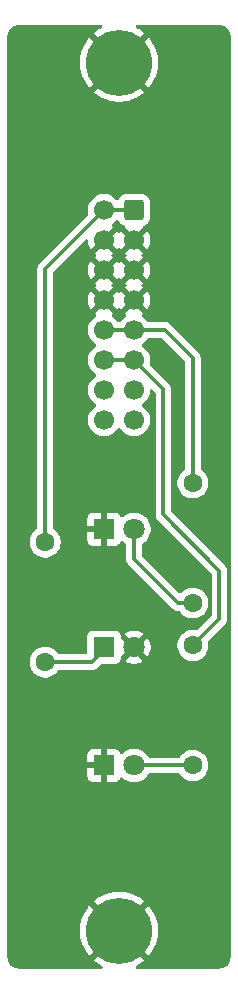
<source format=gtl>
%TF.GenerationSoftware,KiCad,Pcbnew,9.0.3*%
%TF.CreationDate,2026-01-03T20:08:18+00:00*%
%TF.ProjectId,input-panel,696e7075-742d-4706-916e-656c2e6b6963,rev?*%
%TF.SameCoordinates,Original*%
%TF.FileFunction,Copper,L1,Top*%
%TF.FilePolarity,Positive*%
%FSLAX46Y46*%
G04 Gerber Fmt 4.6, Leading zero omitted, Abs format (unit mm)*
G04 Created by KiCad (PCBNEW 9.0.3) date 2026-01-03 20:08:18*
%MOMM*%
%LPD*%
G01*
G04 APERTURE LIST*
G04 Aperture macros list*
%AMRoundRect*
0 Rectangle with rounded corners*
0 $1 Rounding radius*
0 $2 $3 $4 $5 $6 $7 $8 $9 X,Y pos of 4 corners*
0 Add a 4 corners polygon primitive as box body*
4,1,4,$2,$3,$4,$5,$6,$7,$8,$9,$2,$3,0*
0 Add four circle primitives for the rounded corners*
1,1,$1+$1,$2,$3*
1,1,$1+$1,$4,$5*
1,1,$1+$1,$6,$7*
1,1,$1+$1,$8,$9*
0 Add four rect primitives between the rounded corners*
20,1,$1+$1,$2,$3,$4,$5,0*
20,1,$1+$1,$4,$5,$6,$7,0*
20,1,$1+$1,$6,$7,$8,$9,0*
20,1,$1+$1,$8,$9,$2,$3,0*%
G04 Aperture macros list end*
%TA.AperFunction,ComponentPad*%
%ADD10C,1.600000*%
%TD*%
%TA.AperFunction,ComponentPad*%
%ADD11C,5.600000*%
%TD*%
%TA.AperFunction,ComponentPad*%
%ADD12R,1.800000X1.800000*%
%TD*%
%TA.AperFunction,ComponentPad*%
%ADD13C,1.800000*%
%TD*%
%TA.AperFunction,ComponentPad*%
%ADD14RoundRect,0.250000X0.600000X0.600000X-0.600000X0.600000X-0.600000X-0.600000X0.600000X-0.600000X0*%
%TD*%
%TA.AperFunction,ComponentPad*%
%ADD15C,1.700000*%
%TD*%
%TA.AperFunction,Conductor*%
%ADD16C,0.304800*%
%TD*%
G04 APERTURE END LIST*
D10*
%TO.P,R4,1*%
%TO.N,+5V*%
X91250000Y-126090000D03*
%TO.P,R4,2*%
%TO.N,Net-(D5-A)*%
X91250000Y-136250000D03*
%TD*%
D11*
%TO.P,H1,1,1*%
%TO.N,GND*%
X85000000Y-76750000D03*
%TD*%
D10*
%TO.P,R3,1*%
%TO.N,Net-(D4-K)*%
X78750000Y-127500000D03*
%TO.P,R3,2*%
%TO.N,-12V*%
X78750000Y-117340000D03*
%TD*%
D12*
%TO.P,D5,1,K*%
%TO.N,GND*%
X83725000Y-136250000D03*
D13*
%TO.P,D5,2,A*%
%TO.N,Net-(D5-A)*%
X86265000Y-136250000D03*
%TD*%
D10*
%TO.P,R2,1*%
%TO.N,+12V*%
X91250000Y-112340000D03*
%TO.P,R2,2*%
%TO.N,Net-(D3-A)*%
X91250000Y-122500000D03*
%TD*%
D12*
%TO.P,D3,1,K*%
%TO.N,GND*%
X83725000Y-116250000D03*
D13*
%TO.P,D3,2,A*%
%TO.N,Net-(D3-A)*%
X86265000Y-116250000D03*
%TD*%
D12*
%TO.P,D4,1,K*%
%TO.N,Net-(D4-K)*%
X83725000Y-126250000D03*
D13*
%TO.P,D4,2,A*%
%TO.N,GND*%
X86265000Y-126250000D03*
%TD*%
D11*
%TO.P,H2,1,1*%
%TO.N,GND*%
X85000000Y-150250000D03*
%TD*%
D14*
%TO.P,J4,1,-12V*%
%TO.N,-12V*%
X86270000Y-89222500D03*
D15*
%TO.P,J4,2,-12V*%
X83730000Y-89222500D03*
%TO.P,J4,3,GND*%
%TO.N,GND*%
X86270000Y-91762500D03*
%TO.P,J4,4,GND*%
X83730000Y-91762500D03*
%TO.P,J4,5,GND*%
X86270000Y-94302500D03*
%TO.P,J4,6,GND*%
X83730000Y-94302500D03*
%TO.P,J4,7,GND*%
X86270000Y-96842500D03*
%TO.P,J4,8,GND*%
X83730000Y-96842500D03*
%TO.P,J4,9,+12V*%
%TO.N,+12V*%
X86270000Y-99382500D03*
%TO.P,J4,10,+12V*%
X83730000Y-99382500D03*
%TO.P,J4,11,+5V*%
%TO.N,+5V*%
X86270000Y-101922500D03*
%TO.P,J4,12,+5V*%
X83730000Y-101922500D03*
%TO.P,J4,13,CV*%
%TO.N,unconnected-(J4B-CV-Pad13)_1*%
X86270000Y-104462500D03*
%TO.P,J4,14,CV*%
%TO.N,unconnected-(J4B-CV-Pad13)*%
X83730000Y-104462500D03*
%TO.P,J4,15,Gate*%
%TO.N,unconnected-(J4B-Gate-Pad15)*%
X86270000Y-107002500D03*
%TO.P,J4,16,Gate*%
%TO.N,unconnected-(J4B-Gate-Pad15)_1*%
X83730000Y-107002500D03*
%TD*%
D16*
%TO.N,Net-(D3-A)*%
X86265000Y-118750000D02*
X90015000Y-122500000D01*
X90015000Y-122500000D02*
X91250000Y-122500000D01*
X86265000Y-116250000D02*
X86265000Y-118750000D01*
%TO.N,Net-(D4-K)*%
X78750000Y-127500000D02*
X82725000Y-127500000D01*
X82725000Y-127500000D02*
X83725000Y-126500000D01*
%TO.N,Net-(D5-A)*%
X91250000Y-136250000D02*
X86265000Y-136250000D01*
%TO.N,-12V*%
X78750000Y-94202500D02*
X78750000Y-117340000D01*
X83730000Y-89222500D02*
X78750000Y-94202500D01*
X86270000Y-89222500D02*
X83730000Y-89222500D01*
%TO.N,+12V*%
X86270000Y-99382500D02*
X88882500Y-99382500D01*
X86270000Y-99382500D02*
X83730000Y-99382500D01*
X88882500Y-99382500D02*
X91250000Y-101750000D01*
X91250000Y-101750000D02*
X91250000Y-112340000D01*
%TO.N,+5V*%
X86270000Y-101922500D02*
X88750000Y-104402500D01*
X88750000Y-104402500D02*
X88750000Y-115000000D01*
X88750000Y-115000000D02*
X93500000Y-119750000D01*
X93500000Y-123840000D02*
X91250000Y-126090000D01*
X86270000Y-101922500D02*
X83730000Y-101922500D01*
X93500000Y-119750000D02*
X93500000Y-123840000D01*
%TD*%
%TA.AperFunction,Conductor*%
%TO.N,GND*%
G36*
X85804075Y-97035493D02*
G01*
X85869901Y-97149507D01*
X85962993Y-97242599D01*
X86077007Y-97308425D01*
X86140590Y-97325462D01*
X85508282Y-97957769D01*
X85508282Y-97957770D01*
X85562449Y-97997124D01*
X85562682Y-97997243D01*
X85562755Y-97997312D01*
X85566604Y-97999671D01*
X85566108Y-98000479D01*
X85613479Y-98045216D01*
X85630275Y-98113037D01*
X85607739Y-98179172D01*
X85562693Y-98218209D01*
X85557994Y-98220603D01*
X85384993Y-98346296D01*
X85233796Y-98497493D01*
X85233791Y-98497499D01*
X85108110Y-98670485D01*
X85103778Y-98673825D01*
X85101505Y-98678803D01*
X85076402Y-98694935D01*
X85052780Y-98713151D01*
X85046108Y-98714403D01*
X85042727Y-98716577D01*
X85007792Y-98721600D01*
X84992208Y-98721600D01*
X84925169Y-98701915D01*
X84891890Y-98670485D01*
X84766208Y-98497499D01*
X84766203Y-98497493D01*
X84615006Y-98346296D01*
X84615004Y-98346294D01*
X84442009Y-98220606D01*
X84442010Y-98220606D01*
X84442008Y-98220605D01*
X84437311Y-98218212D01*
X84386517Y-98170235D01*
X84369724Y-98102414D01*
X84392264Y-98036280D01*
X84433790Y-98000301D01*
X84433402Y-97999668D01*
X84437229Y-97997322D01*
X84437327Y-97997238D01*
X84437556Y-97997121D01*
X84491716Y-97957770D01*
X84491717Y-97957770D01*
X83859408Y-97325462D01*
X83922993Y-97308425D01*
X84037007Y-97242599D01*
X84130099Y-97149507D01*
X84195925Y-97035493D01*
X84212962Y-96971908D01*
X84845270Y-97604217D01*
X84845270Y-97604216D01*
X84884622Y-97550054D01*
X84889514Y-97540454D01*
X84937488Y-97489657D01*
X85005308Y-97472861D01*
X85071444Y-97495397D01*
X85110486Y-97540454D01*
X85115375Y-97550050D01*
X85154728Y-97604216D01*
X85787037Y-96971908D01*
X85804075Y-97035493D01*
G37*
%TD.AperFunction*%
%TA.AperFunction,Conductor*%
G36*
X85804075Y-94495493D02*
G01*
X85869901Y-94609507D01*
X85962993Y-94702599D01*
X86077007Y-94768425D01*
X86140590Y-94785462D01*
X85508282Y-95417769D01*
X85508282Y-95417770D01*
X85562452Y-95457126D01*
X85572048Y-95462016D01*
X85622844Y-95509991D01*
X85639638Y-95577812D01*
X85617100Y-95643947D01*
X85572051Y-95682983D01*
X85562440Y-95687880D01*
X85508282Y-95727227D01*
X85508282Y-95727228D01*
X86140591Y-96359537D01*
X86077007Y-96376575D01*
X85962993Y-96442401D01*
X85869901Y-96535493D01*
X85804075Y-96649507D01*
X85787037Y-96713091D01*
X85154728Y-96080782D01*
X85154727Y-96080782D01*
X85115380Y-96134940D01*
X85110483Y-96144551D01*
X85062506Y-96195345D01*
X84994684Y-96212138D01*
X84928550Y-96189598D01*
X84889516Y-96144548D01*
X84884626Y-96134952D01*
X84845270Y-96080782D01*
X84845269Y-96080782D01*
X84212962Y-96713090D01*
X84195925Y-96649507D01*
X84130099Y-96535493D01*
X84037007Y-96442401D01*
X83922993Y-96376575D01*
X83859409Y-96359537D01*
X84491716Y-95727228D01*
X84437550Y-95687875D01*
X84427954Y-95682986D01*
X84377157Y-95635012D01*
X84360361Y-95567192D01*
X84381288Y-95503395D01*
X84460027Y-95386081D01*
X83859408Y-94785462D01*
X83922993Y-94768425D01*
X84037007Y-94702599D01*
X84130099Y-94609507D01*
X84195925Y-94495493D01*
X84212962Y-94431908D01*
X84845270Y-95064217D01*
X84845270Y-95064216D01*
X84884622Y-95010054D01*
X84889514Y-95000454D01*
X84937488Y-94949657D01*
X85005308Y-94932861D01*
X85071444Y-94955397D01*
X85110486Y-95000454D01*
X85115375Y-95010050D01*
X85154728Y-95064216D01*
X85787037Y-94431908D01*
X85804075Y-94495493D01*
G37*
%TD.AperFunction*%
%TA.AperFunction,Conductor*%
G36*
X85804075Y-91955493D02*
G01*
X85869901Y-92069507D01*
X85962993Y-92162599D01*
X86077007Y-92228425D01*
X86140590Y-92245462D01*
X85508282Y-92877769D01*
X85508282Y-92877770D01*
X85562452Y-92917126D01*
X85572048Y-92922016D01*
X85622844Y-92969991D01*
X85639638Y-93037812D01*
X85617100Y-93103947D01*
X85572051Y-93142983D01*
X85562440Y-93147880D01*
X85508282Y-93187227D01*
X85508282Y-93187228D01*
X86140591Y-93819537D01*
X86077007Y-93836575D01*
X85962993Y-93902401D01*
X85869901Y-93995493D01*
X85804075Y-94109507D01*
X85787037Y-94173091D01*
X85154728Y-93540782D01*
X85154727Y-93540782D01*
X85115380Y-93594940D01*
X85110483Y-93604551D01*
X85062506Y-93655345D01*
X84994684Y-93672138D01*
X84928550Y-93649598D01*
X84889516Y-93604548D01*
X84884626Y-93594952D01*
X84845270Y-93540782D01*
X84845269Y-93540782D01*
X84212962Y-94173090D01*
X84195925Y-94109507D01*
X84130099Y-93995493D01*
X84037007Y-93902401D01*
X83922993Y-93836575D01*
X83859409Y-93819537D01*
X84491716Y-93187228D01*
X84437550Y-93147875D01*
X84427954Y-93142986D01*
X84377157Y-93095012D01*
X84360361Y-93027192D01*
X84381288Y-92963395D01*
X84460027Y-92846081D01*
X83859408Y-92245462D01*
X83922993Y-92228425D01*
X84037007Y-92162599D01*
X84130099Y-92069507D01*
X84195925Y-91955493D01*
X84212962Y-91891908D01*
X84845270Y-92524217D01*
X84845270Y-92524216D01*
X84884622Y-92470054D01*
X84889514Y-92460454D01*
X84937488Y-92409657D01*
X85005308Y-92392861D01*
X85071444Y-92415397D01*
X85110486Y-92460454D01*
X85115375Y-92470050D01*
X85154728Y-92524216D01*
X85787037Y-91891908D01*
X85804075Y-91955493D01*
G37*
%TD.AperFunction*%
%TA.AperFunction,Conductor*%
G36*
X84954297Y-90105364D02*
G01*
X84973711Y-90139218D01*
X84974835Y-90138695D01*
X84977884Y-90145235D01*
X84977885Y-90145238D01*
X85070970Y-90296152D01*
X85196348Y-90421530D01*
X85347262Y-90514615D01*
X85393158Y-90529823D01*
X85422123Y-90539421D01*
X85479568Y-90579194D01*
X85506391Y-90643709D01*
X85506415Y-90645361D01*
X86140591Y-91279537D01*
X86077007Y-91296575D01*
X85962993Y-91362401D01*
X85869901Y-91455493D01*
X85804075Y-91569507D01*
X85787037Y-91633091D01*
X85154728Y-91000782D01*
X85154727Y-91000782D01*
X85115380Y-91054940D01*
X85110483Y-91064551D01*
X85062506Y-91115345D01*
X84994684Y-91132138D01*
X84928550Y-91109598D01*
X84889516Y-91064548D01*
X84884626Y-91054952D01*
X84845270Y-91000782D01*
X84845269Y-91000782D01*
X84212962Y-91633090D01*
X84195925Y-91569507D01*
X84130099Y-91455493D01*
X84037007Y-91362401D01*
X83922993Y-91296575D01*
X83859408Y-91279537D01*
X84491716Y-90647228D01*
X84437547Y-90607873D01*
X84437545Y-90607871D01*
X84437308Y-90607751D01*
X84437234Y-90607681D01*
X84433396Y-90605329D01*
X84433890Y-90604522D01*
X84386515Y-90559774D01*
X84369724Y-90491951D01*
X84392266Y-90425818D01*
X84437319Y-90386783D01*
X84442009Y-90384394D01*
X84615004Y-90258706D01*
X84766206Y-90107504D01*
X84766218Y-90107487D01*
X84766876Y-90106718D01*
X84767210Y-90106499D01*
X84769651Y-90104059D01*
X84770163Y-90104571D01*
X84825380Y-90068520D01*
X84895247Y-90068016D01*
X84954297Y-90105364D01*
G37*
%TD.AperFunction*%
%TA.AperFunction,Conductor*%
G36*
X83548393Y-73574985D02*
G01*
X83594148Y-73627789D01*
X83604092Y-73696947D01*
X83575067Y-73760503D01*
X83539807Y-73788658D01*
X83301419Y-73916079D01*
X83301401Y-73916090D01*
X83031829Y-74096212D01*
X83031815Y-74096222D01*
X82849444Y-74245890D01*
X82849443Y-74245891D01*
X84059301Y-75455748D01*
X83957670Y-75529588D01*
X83779588Y-75707670D01*
X83705748Y-75809301D01*
X82495891Y-74599443D01*
X82495890Y-74599444D01*
X82346222Y-74781815D01*
X82346212Y-74781829D01*
X82166090Y-75051401D01*
X82166079Y-75051419D01*
X82013240Y-75337359D01*
X82013238Y-75337364D01*
X81889157Y-75636921D01*
X81795033Y-75947207D01*
X81795030Y-75947218D01*
X81731782Y-76265198D01*
X81731779Y-76265215D01*
X81700000Y-76587884D01*
X81700000Y-76912115D01*
X81731779Y-77234784D01*
X81731782Y-77234801D01*
X81795030Y-77552781D01*
X81795033Y-77552792D01*
X81889157Y-77863078D01*
X82013238Y-78162635D01*
X82013240Y-78162640D01*
X82166079Y-78448580D01*
X82166090Y-78448598D01*
X82346212Y-78718170D01*
X82346222Y-78718184D01*
X82495890Y-78900554D01*
X82495891Y-78900555D01*
X83705747Y-77690698D01*
X83779588Y-77792330D01*
X83957670Y-77970412D01*
X84059300Y-78044251D01*
X82849443Y-79254107D01*
X82849444Y-79254108D01*
X83031815Y-79403777D01*
X83031829Y-79403787D01*
X83301401Y-79583909D01*
X83301419Y-79583920D01*
X83587359Y-79736759D01*
X83587364Y-79736761D01*
X83886921Y-79860842D01*
X84197207Y-79954966D01*
X84197218Y-79954969D01*
X84515198Y-80018217D01*
X84515215Y-80018220D01*
X84837884Y-80050000D01*
X85162116Y-80050000D01*
X85484784Y-80018220D01*
X85484801Y-80018217D01*
X85802781Y-79954969D01*
X85802792Y-79954966D01*
X86113078Y-79860842D01*
X86412635Y-79736761D01*
X86412640Y-79736759D01*
X86698580Y-79583920D01*
X86698598Y-79583909D01*
X86968170Y-79403787D01*
X86968183Y-79403777D01*
X87150554Y-79254108D01*
X87150554Y-79254107D01*
X85940698Y-78044251D01*
X86042330Y-77970412D01*
X86220412Y-77792330D01*
X86294251Y-77690698D01*
X87504107Y-78900554D01*
X87504108Y-78900554D01*
X87653777Y-78718183D01*
X87653787Y-78718170D01*
X87833909Y-78448598D01*
X87833920Y-78448580D01*
X87986759Y-78162640D01*
X87986761Y-78162635D01*
X88110842Y-77863078D01*
X88204966Y-77552792D01*
X88204969Y-77552781D01*
X88268217Y-77234801D01*
X88268220Y-77234784D01*
X88300000Y-76912115D01*
X88300000Y-76587884D01*
X88268220Y-76265215D01*
X88268217Y-76265198D01*
X88204969Y-75947218D01*
X88204966Y-75947207D01*
X88110842Y-75636921D01*
X87986761Y-75337364D01*
X87986759Y-75337359D01*
X87833920Y-75051419D01*
X87833909Y-75051401D01*
X87653787Y-74781829D01*
X87653777Y-74781815D01*
X87504108Y-74599444D01*
X87504107Y-74599443D01*
X86294250Y-75809299D01*
X86220412Y-75707670D01*
X86042330Y-75529588D01*
X85940697Y-75455747D01*
X87150555Y-74245891D01*
X87150554Y-74245890D01*
X86968184Y-74096222D01*
X86968170Y-74096212D01*
X86698598Y-73916090D01*
X86698580Y-73916079D01*
X86460193Y-73788658D01*
X86410348Y-73739696D01*
X86394888Y-73671558D01*
X86418720Y-73605878D01*
X86474278Y-73563510D01*
X86518646Y-73555300D01*
X93451645Y-73555300D01*
X93494588Y-73555300D01*
X93505395Y-73555772D01*
X93653239Y-73568706D01*
X93674516Y-73572457D01*
X93812628Y-73609464D01*
X93832938Y-73616857D01*
X93962515Y-73677280D01*
X93981233Y-73688087D01*
X94098357Y-73770098D01*
X94114915Y-73783992D01*
X94216007Y-73885084D01*
X94229901Y-73901642D01*
X94311912Y-74018766D01*
X94322719Y-74037484D01*
X94383142Y-74167061D01*
X94390535Y-74187372D01*
X94427540Y-74325476D01*
X94431293Y-74346762D01*
X94444228Y-74494603D01*
X94444700Y-74505411D01*
X94444700Y-152494588D01*
X94444228Y-152505395D01*
X94444228Y-152505396D01*
X94431293Y-152653237D01*
X94427540Y-152674523D01*
X94390535Y-152812627D01*
X94383142Y-152832938D01*
X94322719Y-152962515D01*
X94311912Y-152981233D01*
X94229901Y-153098357D01*
X94216007Y-153114915D01*
X94114915Y-153216007D01*
X94098357Y-153229901D01*
X93981233Y-153311912D01*
X93962515Y-153322719D01*
X93832938Y-153383142D01*
X93812627Y-153390535D01*
X93674523Y-153427540D01*
X93653237Y-153431293D01*
X93524760Y-153442533D01*
X93505394Y-153444228D01*
X93494588Y-153444700D01*
X86518646Y-153444700D01*
X86451607Y-153425015D01*
X86405852Y-153372211D01*
X86395908Y-153303053D01*
X86424933Y-153239497D01*
X86460193Y-153211342D01*
X86698580Y-153083920D01*
X86698598Y-153083909D01*
X86968170Y-152903787D01*
X86968183Y-152903777D01*
X87150554Y-152754108D01*
X87150554Y-152754107D01*
X85940698Y-151544251D01*
X86042330Y-151470412D01*
X86220412Y-151292330D01*
X86294251Y-151190698D01*
X87504107Y-152400554D01*
X87504108Y-152400554D01*
X87653777Y-152218183D01*
X87653787Y-152218170D01*
X87833909Y-151948598D01*
X87833920Y-151948580D01*
X87986759Y-151662640D01*
X87986761Y-151662635D01*
X88110842Y-151363078D01*
X88204966Y-151052792D01*
X88204969Y-151052781D01*
X88268217Y-150734801D01*
X88268220Y-150734784D01*
X88300000Y-150412115D01*
X88300000Y-150087884D01*
X88268220Y-149765215D01*
X88268217Y-149765198D01*
X88204969Y-149447218D01*
X88204966Y-149447207D01*
X88110842Y-149136921D01*
X87986761Y-148837364D01*
X87986759Y-148837359D01*
X87833920Y-148551419D01*
X87833909Y-148551401D01*
X87653787Y-148281829D01*
X87653777Y-148281815D01*
X87504108Y-148099444D01*
X87504107Y-148099443D01*
X86294250Y-149309299D01*
X86220412Y-149207670D01*
X86042330Y-149029588D01*
X85940697Y-148955747D01*
X87150555Y-147745891D01*
X87150554Y-147745890D01*
X86968184Y-147596222D01*
X86968170Y-147596212D01*
X86698598Y-147416090D01*
X86698580Y-147416079D01*
X86412640Y-147263240D01*
X86412635Y-147263238D01*
X86113078Y-147139157D01*
X85802792Y-147045033D01*
X85802781Y-147045030D01*
X85484801Y-146981782D01*
X85484784Y-146981779D01*
X85162116Y-146950000D01*
X84837884Y-146950000D01*
X84515215Y-146981779D01*
X84515198Y-146981782D01*
X84197218Y-147045030D01*
X84197207Y-147045033D01*
X83886921Y-147139157D01*
X83587364Y-147263238D01*
X83587359Y-147263240D01*
X83301419Y-147416079D01*
X83301401Y-147416090D01*
X83031829Y-147596212D01*
X83031815Y-147596222D01*
X82849444Y-147745890D01*
X82849443Y-147745891D01*
X84059301Y-148955748D01*
X83957670Y-149029588D01*
X83779588Y-149207670D01*
X83705748Y-149309301D01*
X82495891Y-148099443D01*
X82495890Y-148099444D01*
X82346222Y-148281815D01*
X82346212Y-148281829D01*
X82166090Y-148551401D01*
X82166079Y-148551419D01*
X82013240Y-148837359D01*
X82013238Y-148837364D01*
X81889157Y-149136921D01*
X81795033Y-149447207D01*
X81795030Y-149447218D01*
X81731782Y-149765198D01*
X81731779Y-149765215D01*
X81700000Y-150087884D01*
X81700000Y-150412115D01*
X81731779Y-150734784D01*
X81731782Y-150734801D01*
X81795030Y-151052781D01*
X81795033Y-151052792D01*
X81889157Y-151363078D01*
X82013238Y-151662635D01*
X82013240Y-151662640D01*
X82166079Y-151948580D01*
X82166090Y-151948598D01*
X82346212Y-152218170D01*
X82346222Y-152218184D01*
X82495890Y-152400554D01*
X82495891Y-152400555D01*
X83705747Y-151190698D01*
X83779588Y-151292330D01*
X83957670Y-151470412D01*
X84059300Y-151544251D01*
X82849443Y-152754107D01*
X82849444Y-152754108D01*
X83031815Y-152903777D01*
X83031829Y-152903787D01*
X83301401Y-153083909D01*
X83301419Y-153083920D01*
X83539807Y-153211342D01*
X83589652Y-153260304D01*
X83605112Y-153328442D01*
X83581280Y-153394122D01*
X83525722Y-153436490D01*
X83481354Y-153444700D01*
X76505412Y-153444700D01*
X76494605Y-153444228D01*
X76472272Y-153442274D01*
X76346762Y-153431293D01*
X76325476Y-153427540D01*
X76187372Y-153390535D01*
X76167061Y-153383142D01*
X76037484Y-153322719D01*
X76018766Y-153311912D01*
X75901642Y-153229901D01*
X75885084Y-153216007D01*
X75783992Y-153114915D01*
X75770098Y-153098357D01*
X75688087Y-152981233D01*
X75677280Y-152962515D01*
X75616857Y-152832938D01*
X75609464Y-152812627D01*
X75593784Y-152754107D01*
X75572457Y-152674516D01*
X75568706Y-152653236D01*
X75555772Y-152505395D01*
X75555300Y-152494588D01*
X75555300Y-135302155D01*
X82325000Y-135302155D01*
X82325000Y-136000000D01*
X83349722Y-136000000D01*
X83305667Y-136076306D01*
X83275000Y-136190756D01*
X83275000Y-136309244D01*
X83305667Y-136423694D01*
X83349722Y-136500000D01*
X82325000Y-136500000D01*
X82325000Y-137197844D01*
X82331401Y-137257372D01*
X82331403Y-137257379D01*
X82381645Y-137392086D01*
X82381649Y-137392093D01*
X82467809Y-137507187D01*
X82467812Y-137507190D01*
X82582906Y-137593350D01*
X82582913Y-137593354D01*
X82717620Y-137643596D01*
X82717627Y-137643598D01*
X82777155Y-137649999D01*
X82777172Y-137650000D01*
X83475000Y-137650000D01*
X83475000Y-136625277D01*
X83551306Y-136669333D01*
X83665756Y-136700000D01*
X83784244Y-136700000D01*
X83898694Y-136669333D01*
X83975000Y-136625277D01*
X83975000Y-137650000D01*
X84672828Y-137650000D01*
X84672844Y-137649999D01*
X84732372Y-137643598D01*
X84732379Y-137643596D01*
X84867086Y-137593354D01*
X84867093Y-137593350D01*
X84982187Y-137507190D01*
X84982190Y-137507187D01*
X85068350Y-137392093D01*
X85068354Y-137392086D01*
X85095140Y-137320270D01*
X85137011Y-137264336D01*
X85202475Y-137239919D01*
X85270748Y-137254770D01*
X85299003Y-137275922D01*
X85347424Y-137324343D01*
X85526785Y-137454657D01*
X85620114Y-137502210D01*
X85724319Y-137555306D01*
X85724321Y-137555306D01*
X85724324Y-137555308D01*
X85935176Y-137623818D01*
X86154149Y-137658500D01*
X86154150Y-137658500D01*
X86375850Y-137658500D01*
X86375851Y-137658500D01*
X86594824Y-137623818D01*
X86805676Y-137555308D01*
X87003215Y-137454657D01*
X87182576Y-137324343D01*
X87339343Y-137167576D01*
X87469657Y-136988215D01*
X87474552Y-136978607D01*
X87522525Y-136927811D01*
X87585038Y-136910900D01*
X90049596Y-136910900D01*
X90116635Y-136930585D01*
X90149914Y-136962015D01*
X90251926Y-137102423D01*
X90251930Y-137102428D01*
X90397571Y-137248069D01*
X90397576Y-137248073D01*
X90496948Y-137320270D01*
X90564197Y-137369129D01*
X90681128Y-137428709D01*
X90747705Y-137462632D01*
X90747707Y-137462632D01*
X90747710Y-137462634D01*
X90852707Y-137496749D01*
X90943591Y-137526280D01*
X91045305Y-137542390D01*
X91147019Y-137558500D01*
X91147020Y-137558500D01*
X91352980Y-137558500D01*
X91352981Y-137558500D01*
X91556408Y-137526280D01*
X91752290Y-137462634D01*
X91935803Y-137369129D01*
X92102430Y-137248068D01*
X92248068Y-137102430D01*
X92369129Y-136935803D01*
X92462634Y-136752290D01*
X92526280Y-136556408D01*
X92558500Y-136352981D01*
X92558500Y-136147019D01*
X92526280Y-135943592D01*
X92462634Y-135747710D01*
X92462632Y-135747707D01*
X92462632Y-135747705D01*
X92428709Y-135681128D01*
X92369129Y-135564197D01*
X92338030Y-135521392D01*
X92248073Y-135397576D01*
X92248069Y-135397571D01*
X92102428Y-135251930D01*
X92102423Y-135251926D01*
X91935806Y-135130873D01*
X91935805Y-135130872D01*
X91935803Y-135130871D01*
X91878496Y-135101671D01*
X91752294Y-135037367D01*
X91556408Y-134973719D01*
X91380794Y-134945905D01*
X91352981Y-134941500D01*
X91147019Y-134941500D01*
X91122550Y-134945375D01*
X90943591Y-134973719D01*
X90747705Y-135037367D01*
X90564193Y-135130873D01*
X90397576Y-135251926D01*
X90397571Y-135251930D01*
X90251930Y-135397571D01*
X90251926Y-135397576D01*
X90149914Y-135537985D01*
X90094584Y-135580651D01*
X90049596Y-135589100D01*
X87585038Y-135589100D01*
X87517999Y-135569415D01*
X87474552Y-135521392D01*
X87469657Y-135511785D01*
X87339343Y-135332424D01*
X87182576Y-135175657D01*
X87003215Y-135045343D01*
X86987559Y-135037366D01*
X86805680Y-134944693D01*
X86594824Y-134876182D01*
X86375851Y-134841500D01*
X86154149Y-134841500D01*
X86044662Y-134858841D01*
X85935175Y-134876182D01*
X85724319Y-134944693D01*
X85526784Y-135045343D01*
X85440675Y-135107906D01*
X85347424Y-135175657D01*
X85347422Y-135175659D01*
X85347420Y-135175660D01*
X85299002Y-135224078D01*
X85237679Y-135257562D01*
X85167987Y-135252577D01*
X85112054Y-135210705D01*
X85095140Y-135179729D01*
X85068354Y-135107913D01*
X85068350Y-135107906D01*
X84982190Y-134992812D01*
X84982187Y-134992809D01*
X84867093Y-134906649D01*
X84867086Y-134906645D01*
X84732379Y-134856403D01*
X84732372Y-134856401D01*
X84672844Y-134850000D01*
X83975000Y-134850000D01*
X83975000Y-135874722D01*
X83898694Y-135830667D01*
X83784244Y-135800000D01*
X83665756Y-135800000D01*
X83551306Y-135830667D01*
X83475000Y-135874722D01*
X83475000Y-134850000D01*
X82777155Y-134850000D01*
X82717627Y-134856401D01*
X82717620Y-134856403D01*
X82582913Y-134906645D01*
X82582906Y-134906649D01*
X82467812Y-134992809D01*
X82467809Y-134992812D01*
X82381649Y-135107906D01*
X82381645Y-135107913D01*
X82331403Y-135242620D01*
X82331401Y-135242627D01*
X82325000Y-135302155D01*
X75555300Y-135302155D01*
X75555300Y-127397019D01*
X77441500Y-127397019D01*
X77441500Y-127602980D01*
X77473719Y-127806408D01*
X77537367Y-128002294D01*
X77579858Y-128085685D01*
X77622487Y-128169349D01*
X77630873Y-128185806D01*
X77751926Y-128352423D01*
X77751930Y-128352428D01*
X77897571Y-128498069D01*
X77897576Y-128498073D01*
X78042908Y-128603661D01*
X78064197Y-128619129D01*
X78181128Y-128678709D01*
X78247705Y-128712632D01*
X78247707Y-128712632D01*
X78247710Y-128712634D01*
X78352707Y-128746749D01*
X78443591Y-128776280D01*
X78545305Y-128792390D01*
X78647019Y-128808500D01*
X78647020Y-128808500D01*
X78852980Y-128808500D01*
X78852981Y-128808500D01*
X79056408Y-128776280D01*
X79252290Y-128712634D01*
X79435803Y-128619129D01*
X79602430Y-128498068D01*
X79748068Y-128352430D01*
X79755858Y-128341706D01*
X79850086Y-128212015D01*
X79905416Y-128169349D01*
X79950404Y-128160900D01*
X82790095Y-128160900D01*
X82790096Y-128160899D01*
X82917777Y-128135502D01*
X83038054Y-128085682D01*
X83146299Y-128013355D01*
X83464835Y-127694819D01*
X83526158Y-127661334D01*
X83552516Y-127658500D01*
X84673638Y-127658500D01*
X84673654Y-127658499D01*
X84700692Y-127655591D01*
X84734201Y-127651989D01*
X84871204Y-127600889D01*
X84988261Y-127513261D01*
X85075889Y-127396204D01*
X85126989Y-127259201D01*
X85130591Y-127225692D01*
X85133499Y-127198654D01*
X85133500Y-127198637D01*
X85133500Y-127079308D01*
X85153185Y-127012269D01*
X85169819Y-126991627D01*
X85822861Y-126338584D01*
X85845667Y-126423694D01*
X85904910Y-126526306D01*
X85988694Y-126610090D01*
X86091306Y-126669333D01*
X86176414Y-126692137D01*
X85467485Y-127401065D01*
X85467485Y-127401066D01*
X85531243Y-127447388D01*
X85727589Y-127547432D01*
X85937164Y-127615526D01*
X86154819Y-127650000D01*
X86375181Y-127650000D01*
X86592835Y-127615526D01*
X86802410Y-127547432D01*
X86998760Y-127447386D01*
X87062513Y-127401066D01*
X87062514Y-127401066D01*
X86353585Y-126692138D01*
X86438694Y-126669333D01*
X86541306Y-126610090D01*
X86625090Y-126526306D01*
X86684333Y-126423694D01*
X86707137Y-126338585D01*
X87416066Y-127047514D01*
X87416066Y-127047513D01*
X87462386Y-126983760D01*
X87562432Y-126787410D01*
X87630526Y-126577835D01*
X87665000Y-126360181D01*
X87665000Y-126139818D01*
X87630526Y-125922164D01*
X87562432Y-125712589D01*
X87462388Y-125516243D01*
X87416066Y-125452485D01*
X87416065Y-125452485D01*
X86707137Y-126161413D01*
X86684333Y-126076306D01*
X86625090Y-125973694D01*
X86541306Y-125889910D01*
X86438694Y-125830667D01*
X86353583Y-125807861D01*
X87062513Y-125098932D01*
X86998756Y-125052611D01*
X86802410Y-124952567D01*
X86592835Y-124884473D01*
X86375181Y-124850000D01*
X86154819Y-124850000D01*
X85937164Y-124884473D01*
X85727589Y-124952567D01*
X85531233Y-125052616D01*
X85467485Y-125098931D01*
X85467485Y-125098932D01*
X86176414Y-125807861D01*
X86091306Y-125830667D01*
X85988694Y-125889910D01*
X85904910Y-125973694D01*
X85845667Y-126076306D01*
X85822861Y-126161414D01*
X85169819Y-125508372D01*
X85136334Y-125447049D01*
X85133500Y-125420691D01*
X85133500Y-125301362D01*
X85133499Y-125301345D01*
X85130157Y-125270270D01*
X85126989Y-125240799D01*
X85075889Y-125103796D01*
X84988261Y-124986739D01*
X84871204Y-124899111D01*
X84734203Y-124848011D01*
X84673654Y-124841500D01*
X84673638Y-124841500D01*
X82776362Y-124841500D01*
X82776345Y-124841500D01*
X82715797Y-124848011D01*
X82715795Y-124848011D01*
X82578795Y-124899111D01*
X82461739Y-124986739D01*
X82374111Y-125103795D01*
X82323011Y-125240795D01*
X82323011Y-125240797D01*
X82316500Y-125301345D01*
X82316500Y-126715100D01*
X82296815Y-126782139D01*
X82244011Y-126827894D01*
X82192500Y-126839100D01*
X79950404Y-126839100D01*
X79883365Y-126819415D01*
X79850086Y-126787985D01*
X79748073Y-126647576D01*
X79748069Y-126647571D01*
X79602428Y-126501930D01*
X79602423Y-126501926D01*
X79435806Y-126380873D01*
X79435805Y-126380872D01*
X79435803Y-126380871D01*
X79378496Y-126351671D01*
X79252294Y-126287367D01*
X79056408Y-126223719D01*
X78880794Y-126195905D01*
X78852981Y-126191500D01*
X78647019Y-126191500D01*
X78622550Y-126195375D01*
X78443591Y-126223719D01*
X78247705Y-126287367D01*
X78064193Y-126380873D01*
X77897576Y-126501926D01*
X77897571Y-126501930D01*
X77751930Y-126647571D01*
X77751926Y-126647576D01*
X77630873Y-126814193D01*
X77537367Y-126997705D01*
X77473719Y-127193591D01*
X77441500Y-127397019D01*
X75555300Y-127397019D01*
X75555300Y-117237019D01*
X77441500Y-117237019D01*
X77441500Y-117442980D01*
X77473719Y-117646408D01*
X77537367Y-117842294D01*
X77630873Y-118025806D01*
X77751926Y-118192423D01*
X77751930Y-118192428D01*
X77897571Y-118338069D01*
X77897576Y-118338073D01*
X78042908Y-118443661D01*
X78064197Y-118459129D01*
X78169071Y-118512565D01*
X78247705Y-118552632D01*
X78247707Y-118552632D01*
X78247710Y-118552634D01*
X78352707Y-118586749D01*
X78443591Y-118616280D01*
X78545305Y-118632390D01*
X78647019Y-118648500D01*
X78647020Y-118648500D01*
X78852980Y-118648500D01*
X78852981Y-118648500D01*
X79056408Y-118616280D01*
X79252290Y-118552634D01*
X79435803Y-118459129D01*
X79602430Y-118338068D01*
X79748068Y-118192430D01*
X79869129Y-118025803D01*
X79962634Y-117842290D01*
X80026280Y-117646408D01*
X80058500Y-117442981D01*
X80058500Y-117237019D01*
X80026280Y-117033592D01*
X79962634Y-116837710D01*
X79962632Y-116837707D01*
X79962632Y-116837705D01*
X79928709Y-116771128D01*
X79869129Y-116654197D01*
X79815094Y-116579824D01*
X79772739Y-116521526D01*
X79772736Y-116521523D01*
X79748072Y-116487576D01*
X79748068Y-116487570D01*
X79602430Y-116341932D01*
X79602428Y-116341930D01*
X79602423Y-116341926D01*
X79462015Y-116239914D01*
X79419349Y-116184584D01*
X79410900Y-116139596D01*
X79410900Y-115302155D01*
X82325000Y-115302155D01*
X82325000Y-116000000D01*
X83349722Y-116000000D01*
X83305667Y-116076306D01*
X83275000Y-116190756D01*
X83275000Y-116309244D01*
X83305667Y-116423694D01*
X83349722Y-116500000D01*
X82325000Y-116500000D01*
X82325000Y-117197844D01*
X82331401Y-117257372D01*
X82331403Y-117257379D01*
X82381645Y-117392086D01*
X82381649Y-117392093D01*
X82467809Y-117507187D01*
X82467812Y-117507190D01*
X82582906Y-117593350D01*
X82582913Y-117593354D01*
X82717620Y-117643596D01*
X82717627Y-117643598D01*
X82777155Y-117649999D01*
X82777172Y-117650000D01*
X83475000Y-117650000D01*
X83475000Y-116625277D01*
X83551306Y-116669333D01*
X83665756Y-116700000D01*
X83784244Y-116700000D01*
X83898694Y-116669333D01*
X83975000Y-116625277D01*
X83975000Y-117650000D01*
X84672828Y-117650000D01*
X84672844Y-117649999D01*
X84732372Y-117643598D01*
X84732379Y-117643596D01*
X84867086Y-117593354D01*
X84867093Y-117593350D01*
X84982187Y-117507190D01*
X84982190Y-117507187D01*
X85068350Y-117392093D01*
X85068354Y-117392086D01*
X85095140Y-117320270D01*
X85137011Y-117264336D01*
X85202475Y-117239919D01*
X85270748Y-117254770D01*
X85299003Y-117275922D01*
X85347424Y-117324343D01*
X85526785Y-117454657D01*
X85536392Y-117459551D01*
X85587188Y-117507521D01*
X85604100Y-117570037D01*
X85604100Y-118815097D01*
X85629496Y-118942769D01*
X85629499Y-118942781D01*
X85679314Y-119063047D01*
X85679321Y-119063060D01*
X85751644Y-119171298D01*
X85751647Y-119171302D01*
X89501645Y-122921299D01*
X89582636Y-123002290D01*
X89593702Y-123013356D01*
X89701939Y-123085678D01*
X89701952Y-123085685D01*
X89822218Y-123135500D01*
X89822223Y-123135502D01*
X89949902Y-123160899D01*
X89949905Y-123160900D01*
X89949907Y-123160900D01*
X90049596Y-123160900D01*
X90116635Y-123180585D01*
X90149914Y-123212015D01*
X90251926Y-123352423D01*
X90251930Y-123352428D01*
X90397571Y-123498069D01*
X90397576Y-123498073D01*
X90491409Y-123566246D01*
X90564197Y-123619129D01*
X90681128Y-123678709D01*
X90747705Y-123712632D01*
X90747707Y-123712632D01*
X90747710Y-123712634D01*
X90852707Y-123746749D01*
X90943591Y-123776280D01*
X91045305Y-123792390D01*
X91147019Y-123808500D01*
X91147020Y-123808500D01*
X91352980Y-123808500D01*
X91352981Y-123808500D01*
X91556408Y-123776280D01*
X91752290Y-123712634D01*
X91935803Y-123619129D01*
X92102430Y-123498068D01*
X92248068Y-123352430D01*
X92369129Y-123185803D01*
X92462634Y-123002290D01*
X92526280Y-122806408D01*
X92558500Y-122602981D01*
X92558500Y-122397019D01*
X92526280Y-122193592D01*
X92462634Y-121997710D01*
X92462632Y-121997707D01*
X92462632Y-121997705D01*
X92428709Y-121931128D01*
X92369129Y-121814197D01*
X92313170Y-121737175D01*
X92248073Y-121647576D01*
X92248069Y-121647571D01*
X92102428Y-121501930D01*
X92102423Y-121501926D01*
X91935806Y-121380873D01*
X91935805Y-121380872D01*
X91935803Y-121380871D01*
X91878496Y-121351671D01*
X91752294Y-121287367D01*
X91556408Y-121223719D01*
X91380794Y-121195905D01*
X91352981Y-121191500D01*
X91147019Y-121191500D01*
X91122550Y-121195375D01*
X90943591Y-121223719D01*
X90747705Y-121287367D01*
X90564193Y-121380873D01*
X90397576Y-121501926D01*
X90397571Y-121501930D01*
X90262259Y-121637243D01*
X90200936Y-121670728D01*
X90131244Y-121665744D01*
X90086897Y-121637243D01*
X86962219Y-118512565D01*
X86928734Y-118451242D01*
X86925900Y-118424884D01*
X86925900Y-117570037D01*
X86945585Y-117502998D01*
X86993607Y-117459552D01*
X87003215Y-117454657D01*
X87182576Y-117324343D01*
X87339343Y-117167576D01*
X87469657Y-116988215D01*
X87570308Y-116790676D01*
X87638818Y-116579824D01*
X87673500Y-116360851D01*
X87673500Y-116139149D01*
X87638818Y-115920176D01*
X87570308Y-115709324D01*
X87570306Y-115709321D01*
X87570306Y-115709319D01*
X87469656Y-115511784D01*
X87339343Y-115332424D01*
X87182576Y-115175657D01*
X87003215Y-115045343D01*
X86805680Y-114944693D01*
X86594824Y-114876182D01*
X86375851Y-114841500D01*
X86154149Y-114841500D01*
X86044662Y-114858841D01*
X85935175Y-114876182D01*
X85724319Y-114944693D01*
X85526784Y-115045343D01*
X85440675Y-115107906D01*
X85347424Y-115175657D01*
X85347422Y-115175659D01*
X85347420Y-115175660D01*
X85299002Y-115224078D01*
X85237679Y-115257562D01*
X85167987Y-115252577D01*
X85112054Y-115210705D01*
X85095140Y-115179729D01*
X85068354Y-115107913D01*
X85068350Y-115107906D01*
X84982190Y-114992812D01*
X84982187Y-114992809D01*
X84867093Y-114906649D01*
X84867086Y-114906645D01*
X84732379Y-114856403D01*
X84732372Y-114856401D01*
X84672844Y-114850000D01*
X83975000Y-114850000D01*
X83975000Y-115874722D01*
X83898694Y-115830667D01*
X83784244Y-115800000D01*
X83665756Y-115800000D01*
X83551306Y-115830667D01*
X83475000Y-115874722D01*
X83475000Y-114850000D01*
X82777155Y-114850000D01*
X82717627Y-114856401D01*
X82717620Y-114856403D01*
X82582913Y-114906645D01*
X82582906Y-114906649D01*
X82467812Y-114992809D01*
X82467809Y-114992812D01*
X82381649Y-115107906D01*
X82381645Y-115107913D01*
X82331403Y-115242620D01*
X82331401Y-115242627D01*
X82325000Y-115302155D01*
X79410900Y-115302155D01*
X79410900Y-94527615D01*
X79430585Y-94460576D01*
X79447214Y-94439939D01*
X82168321Y-91718831D01*
X82229642Y-91685348D01*
X82299334Y-91690332D01*
X82355267Y-91732204D01*
X82379684Y-91797668D01*
X82380000Y-91806514D01*
X82380000Y-91868746D01*
X82413242Y-92078627D01*
X82413242Y-92078630D01*
X82478904Y-92280717D01*
X82575375Y-92470050D01*
X82614728Y-92524216D01*
X83247037Y-91891908D01*
X83264075Y-91955493D01*
X83329901Y-92069507D01*
X83422993Y-92162599D01*
X83537007Y-92228425D01*
X83600591Y-92245462D01*
X82999971Y-92846081D01*
X83078711Y-92963395D01*
X83079920Y-92967229D01*
X83082844Y-92969991D01*
X83090343Y-93000278D01*
X83099727Y-93030029D01*
X83098671Y-93033908D01*
X83099638Y-93037812D01*
X83089573Y-93067344D01*
X83081383Y-93097447D01*
X83078397Y-93100140D01*
X83077100Y-93103947D01*
X83032051Y-93142983D01*
X83022440Y-93147880D01*
X82968282Y-93187227D01*
X82968282Y-93187228D01*
X83600591Y-93819537D01*
X83537007Y-93836575D01*
X83422993Y-93902401D01*
X83329901Y-93995493D01*
X83264075Y-94109507D01*
X83247037Y-94173091D01*
X82614728Y-93540782D01*
X82614727Y-93540782D01*
X82575380Y-93594939D01*
X82478904Y-93784282D01*
X82413242Y-93986369D01*
X82413242Y-93986372D01*
X82380000Y-94196253D01*
X82380000Y-94408746D01*
X82413242Y-94618627D01*
X82413242Y-94618630D01*
X82478904Y-94820717D01*
X82575375Y-95010050D01*
X82614728Y-95064216D01*
X83247037Y-94431908D01*
X83264075Y-94495493D01*
X83329901Y-94609507D01*
X83422993Y-94702599D01*
X83537007Y-94768425D01*
X83600591Y-94785462D01*
X82999971Y-95386081D01*
X83078711Y-95503395D01*
X83079920Y-95507229D01*
X83082844Y-95509991D01*
X83090343Y-95540278D01*
X83099727Y-95570029D01*
X83098671Y-95573908D01*
X83099638Y-95577812D01*
X83089573Y-95607344D01*
X83081383Y-95637447D01*
X83078397Y-95640140D01*
X83077100Y-95643947D01*
X83032051Y-95682983D01*
X83022440Y-95687880D01*
X82968282Y-95727227D01*
X82968282Y-95727228D01*
X83600591Y-96359537D01*
X83537007Y-96376575D01*
X83422993Y-96442401D01*
X83329901Y-96535493D01*
X83264075Y-96649507D01*
X83247037Y-96713091D01*
X82614728Y-96080782D01*
X82614727Y-96080782D01*
X82575380Y-96134939D01*
X82478904Y-96324282D01*
X82413242Y-96526369D01*
X82413242Y-96526372D01*
X82380000Y-96736253D01*
X82380000Y-96948746D01*
X82413242Y-97158627D01*
X82413242Y-97158630D01*
X82478904Y-97360717D01*
X82575375Y-97550050D01*
X82614728Y-97604216D01*
X83247037Y-96971908D01*
X83264075Y-97035493D01*
X83329901Y-97149507D01*
X83422993Y-97242599D01*
X83537007Y-97308425D01*
X83600590Y-97325462D01*
X82968282Y-97957769D01*
X82968282Y-97957770D01*
X83022449Y-97997124D01*
X83022682Y-97997243D01*
X83022755Y-97997312D01*
X83026604Y-97999671D01*
X83026108Y-98000479D01*
X83073479Y-98045216D01*
X83090275Y-98113037D01*
X83067739Y-98179172D01*
X83022693Y-98218209D01*
X83017994Y-98220603D01*
X82844993Y-98346296D01*
X82693796Y-98497493D01*
X82568106Y-98670490D01*
X82471027Y-98861016D01*
X82471026Y-98861019D01*
X82404951Y-99064382D01*
X82371500Y-99275584D01*
X82371500Y-99489415D01*
X82404951Y-99700617D01*
X82471026Y-99903980D01*
X82471027Y-99903983D01*
X82555651Y-100070064D01*
X82568106Y-100094509D01*
X82693794Y-100267504D01*
X82844996Y-100418706D01*
X83017991Y-100544394D01*
X83021873Y-100546773D01*
X83068748Y-100598586D01*
X83080169Y-100667516D01*
X83052512Y-100731678D01*
X83021873Y-100758227D01*
X83017991Y-100760605D01*
X82844993Y-100886296D01*
X82693796Y-101037493D01*
X82568106Y-101210490D01*
X82471027Y-101401016D01*
X82471026Y-101401019D01*
X82404951Y-101604382D01*
X82404951Y-101604384D01*
X82371500Y-101815584D01*
X82371500Y-102029416D01*
X82378738Y-102075116D01*
X82404951Y-102240617D01*
X82471026Y-102443980D01*
X82471027Y-102443983D01*
X82554469Y-102607745D01*
X82568106Y-102634509D01*
X82693794Y-102807504D01*
X82844996Y-102958706D01*
X83017991Y-103084394D01*
X83021873Y-103086773D01*
X83068748Y-103138586D01*
X83080169Y-103207516D01*
X83052512Y-103271678D01*
X83021873Y-103298227D01*
X83017991Y-103300605D01*
X82844993Y-103426296D01*
X82693796Y-103577493D01*
X82568106Y-103750490D01*
X82471027Y-103941016D01*
X82471026Y-103941019D01*
X82404951Y-104144382D01*
X82371500Y-104355584D01*
X82371500Y-104569415D01*
X82404951Y-104780617D01*
X82471026Y-104983980D01*
X82471027Y-104983983D01*
X82542245Y-105123754D01*
X82568106Y-105174509D01*
X82693794Y-105347504D01*
X82844996Y-105498706D01*
X83017991Y-105624394D01*
X83021873Y-105626773D01*
X83068748Y-105678586D01*
X83080169Y-105747516D01*
X83052512Y-105811678D01*
X83021873Y-105838227D01*
X83017991Y-105840605D01*
X82844993Y-105966296D01*
X82693796Y-106117493D01*
X82568106Y-106290490D01*
X82471027Y-106481016D01*
X82471026Y-106481019D01*
X82404951Y-106684382D01*
X82371500Y-106895584D01*
X82371500Y-107109415D01*
X82404951Y-107320617D01*
X82471026Y-107523980D01*
X82471027Y-107523983D01*
X82542245Y-107663754D01*
X82568106Y-107714509D01*
X82693794Y-107887504D01*
X82844996Y-108038706D01*
X83017991Y-108164394D01*
X83111438Y-108212007D01*
X83208516Y-108261472D01*
X83208519Y-108261473D01*
X83310200Y-108294510D01*
X83411884Y-108327549D01*
X83623084Y-108361000D01*
X83623085Y-108361000D01*
X83836915Y-108361000D01*
X83836916Y-108361000D01*
X84048116Y-108327549D01*
X84251483Y-108261472D01*
X84442009Y-108164394D01*
X84615004Y-108038706D01*
X84766206Y-107887504D01*
X84891894Y-107714509D01*
X84891896Y-107714504D01*
X84894270Y-107710632D01*
X84946080Y-107663754D01*
X85015009Y-107652329D01*
X85079173Y-107679983D01*
X85105730Y-107710632D01*
X85108103Y-107714505D01*
X85108106Y-107714509D01*
X85233794Y-107887504D01*
X85384996Y-108038706D01*
X85557991Y-108164394D01*
X85651438Y-108212007D01*
X85748516Y-108261472D01*
X85748519Y-108261473D01*
X85850200Y-108294510D01*
X85951884Y-108327549D01*
X86163084Y-108361000D01*
X86163085Y-108361000D01*
X86376915Y-108361000D01*
X86376916Y-108361000D01*
X86588116Y-108327549D01*
X86791483Y-108261472D01*
X86982009Y-108164394D01*
X87155004Y-108038706D01*
X87306206Y-107887504D01*
X87431894Y-107714509D01*
X87528972Y-107523983D01*
X87595049Y-107320616D01*
X87628500Y-107109416D01*
X87628500Y-106895584D01*
X87595049Y-106684384D01*
X87528972Y-106481017D01*
X87528972Y-106481016D01*
X87431893Y-106290490D01*
X87306206Y-106117496D01*
X87155004Y-105966294D01*
X86982009Y-105840606D01*
X86982005Y-105840603D01*
X86978132Y-105838230D01*
X86931254Y-105786420D01*
X86919829Y-105717491D01*
X86947483Y-105653327D01*
X86978132Y-105626770D01*
X86982005Y-105624396D01*
X86982004Y-105624396D01*
X86982009Y-105624394D01*
X87155004Y-105498706D01*
X87306206Y-105347504D01*
X87431894Y-105174509D01*
X87528972Y-104983983D01*
X87595049Y-104780616D01*
X87628500Y-104569416D01*
X87628500Y-104515016D01*
X87648185Y-104447977D01*
X87700989Y-104402222D01*
X87770147Y-104392278D01*
X87833703Y-104421303D01*
X87840181Y-104427335D01*
X88052781Y-104639935D01*
X88086266Y-104701258D01*
X88089100Y-104727616D01*
X88089100Y-115065097D01*
X88114496Y-115192769D01*
X88114499Y-115192781D01*
X88164314Y-115313047D01*
X88164321Y-115313060D01*
X88236644Y-115421298D01*
X88236647Y-115421302D01*
X92802781Y-119987434D01*
X92836266Y-120048757D01*
X92839100Y-120075115D01*
X92839100Y-123514883D01*
X92819415Y-123581922D01*
X92802781Y-123602564D01*
X91631485Y-124773859D01*
X91570162Y-124807344D01*
X91524406Y-124808651D01*
X91408634Y-124790314D01*
X91352981Y-124781500D01*
X91147019Y-124781500D01*
X91122550Y-124785375D01*
X90943591Y-124813719D01*
X90747705Y-124877367D01*
X90564193Y-124970873D01*
X90397576Y-125091926D01*
X90397571Y-125091930D01*
X90251930Y-125237571D01*
X90251926Y-125237576D01*
X90130873Y-125404193D01*
X90037367Y-125587705D01*
X89973719Y-125783591D01*
X89941500Y-125987019D01*
X89941500Y-126192980D01*
X89973719Y-126396408D01*
X90037367Y-126592294D01*
X90130873Y-126775806D01*
X90251926Y-126942423D01*
X90251930Y-126942428D01*
X90397571Y-127088069D01*
X90397576Y-127088073D01*
X90542811Y-127193591D01*
X90564197Y-127209129D01*
X90681128Y-127268709D01*
X90747705Y-127302632D01*
X90747707Y-127302632D01*
X90747710Y-127302634D01*
X90852707Y-127336749D01*
X90943591Y-127366280D01*
X91045305Y-127382390D01*
X91147019Y-127398500D01*
X91147020Y-127398500D01*
X91352980Y-127398500D01*
X91352981Y-127398500D01*
X91556408Y-127366280D01*
X91752290Y-127302634D01*
X91935803Y-127209129D01*
X92102430Y-127088068D01*
X92248068Y-126942430D01*
X92369129Y-126775803D01*
X92462634Y-126592290D01*
X92526280Y-126396408D01*
X92558500Y-126192981D01*
X92558500Y-125987019D01*
X92531348Y-125815590D01*
X92540302Y-125746298D01*
X92566137Y-125708515D01*
X94013355Y-124261299D01*
X94085682Y-124153054D01*
X94135503Y-124032777D01*
X94160901Y-123905093D01*
X94160901Y-123774906D01*
X94160901Y-123769796D01*
X94160900Y-123769770D01*
X94160900Y-119684904D01*
X94160899Y-119684902D01*
X94135503Y-119557230D01*
X94135502Y-119557223D01*
X94135500Y-119557218D01*
X94085685Y-119436952D01*
X94085678Y-119436939D01*
X94013355Y-119328701D01*
X94013352Y-119328697D01*
X93916980Y-119232325D01*
X93916957Y-119232304D01*
X89447219Y-114762565D01*
X89413734Y-114701242D01*
X89410900Y-114674884D01*
X89410900Y-104337406D01*
X89410899Y-104337402D01*
X89385504Y-104209730D01*
X89385503Y-104209723D01*
X89335682Y-104089446D01*
X89335680Y-104089443D01*
X89335678Y-104089439D01*
X89263355Y-103981201D01*
X89263352Y-103981197D01*
X87629842Y-102347688D01*
X87596357Y-102286365D01*
X87595050Y-102240609D01*
X87621262Y-102075116D01*
X87628500Y-102029416D01*
X87628500Y-101815584D01*
X87595049Y-101604384D01*
X87528972Y-101401017D01*
X87528972Y-101401016D01*
X87447905Y-101241915D01*
X87431894Y-101210491D01*
X87306206Y-101037496D01*
X87155004Y-100886294D01*
X86982009Y-100760606D01*
X86982005Y-100760603D01*
X86978132Y-100758230D01*
X86931254Y-100706420D01*
X86919829Y-100637491D01*
X86947483Y-100573327D01*
X86978132Y-100546770D01*
X86982005Y-100544396D01*
X86982004Y-100544396D01*
X86982009Y-100544394D01*
X87155004Y-100418706D01*
X87306206Y-100267504D01*
X87431890Y-100094515D01*
X87487220Y-100051849D01*
X87532208Y-100043400D01*
X88557384Y-100043400D01*
X88624423Y-100063085D01*
X88645065Y-100079719D01*
X90552781Y-101987435D01*
X90586266Y-102048758D01*
X90589100Y-102075116D01*
X90589100Y-111139596D01*
X90569415Y-111206635D01*
X90537985Y-111239914D01*
X90397576Y-111341926D01*
X90397571Y-111341930D01*
X90251930Y-111487571D01*
X90251926Y-111487576D01*
X90130873Y-111654193D01*
X90037367Y-111837705D01*
X89973719Y-112033591D01*
X89941500Y-112237019D01*
X89941500Y-112442980D01*
X89973719Y-112646408D01*
X90037367Y-112842294D01*
X90130873Y-113025806D01*
X90251926Y-113192423D01*
X90251930Y-113192428D01*
X90397571Y-113338069D01*
X90397576Y-113338073D01*
X90542908Y-113443661D01*
X90564197Y-113459129D01*
X90681128Y-113518709D01*
X90747705Y-113552632D01*
X90747707Y-113552632D01*
X90747710Y-113552634D01*
X90852707Y-113586749D01*
X90943591Y-113616280D01*
X91045305Y-113632390D01*
X91147019Y-113648500D01*
X91147020Y-113648500D01*
X91352980Y-113648500D01*
X91352981Y-113648500D01*
X91556408Y-113616280D01*
X91752290Y-113552634D01*
X91935803Y-113459129D01*
X92102430Y-113338068D01*
X92248068Y-113192430D01*
X92369129Y-113025803D01*
X92462634Y-112842290D01*
X92526280Y-112646408D01*
X92558500Y-112442981D01*
X92558500Y-112237019D01*
X92526280Y-112033592D01*
X92462634Y-111837710D01*
X92462632Y-111837707D01*
X92462632Y-111837705D01*
X92428709Y-111771128D01*
X92369129Y-111654197D01*
X92353661Y-111632908D01*
X92248073Y-111487576D01*
X92248069Y-111487571D01*
X92102428Y-111341930D01*
X92102423Y-111341926D01*
X91962015Y-111239914D01*
X91919349Y-111184584D01*
X91910900Y-111139596D01*
X91910900Y-101684906D01*
X91910899Y-101684902D01*
X91885503Y-101557223D01*
X91835682Y-101436946D01*
X91835680Y-101436943D01*
X91835678Y-101436939D01*
X91763355Y-101328701D01*
X91763352Y-101328697D01*
X89303802Y-98869147D01*
X89303798Y-98869144D01*
X89195560Y-98796821D01*
X89195547Y-98796814D01*
X89075281Y-98746999D01*
X89075269Y-98746996D01*
X88947596Y-98721600D01*
X88947593Y-98721600D01*
X87532208Y-98721600D01*
X87465169Y-98701915D01*
X87431890Y-98670485D01*
X87306208Y-98497499D01*
X87306203Y-98497493D01*
X87155006Y-98346296D01*
X87155004Y-98346294D01*
X86982009Y-98220606D01*
X86982010Y-98220606D01*
X86982008Y-98220605D01*
X86977311Y-98218212D01*
X86926517Y-98170235D01*
X86909724Y-98102414D01*
X86932264Y-98036280D01*
X86973790Y-98000301D01*
X86973402Y-97999668D01*
X86977229Y-97997322D01*
X86977327Y-97997238D01*
X86977556Y-97997121D01*
X87031716Y-97957770D01*
X87031717Y-97957770D01*
X86399408Y-97325462D01*
X86462993Y-97308425D01*
X86577007Y-97242599D01*
X86670099Y-97149507D01*
X86735925Y-97035493D01*
X86752962Y-96971908D01*
X87385270Y-97604217D01*
X87385270Y-97604216D01*
X87424622Y-97550054D01*
X87521095Y-97360717D01*
X87586757Y-97158630D01*
X87586757Y-97158627D01*
X87620000Y-96948746D01*
X87620000Y-96736253D01*
X87586757Y-96526372D01*
X87586757Y-96526369D01*
X87521095Y-96324282D01*
X87424624Y-96134949D01*
X87385270Y-96080782D01*
X87385269Y-96080782D01*
X86752962Y-96713090D01*
X86735925Y-96649507D01*
X86670099Y-96535493D01*
X86577007Y-96442401D01*
X86462993Y-96376575D01*
X86399409Y-96359537D01*
X87031716Y-95727228D01*
X86977550Y-95687875D01*
X86967954Y-95682986D01*
X86917157Y-95635012D01*
X86900361Y-95567192D01*
X86922897Y-95501056D01*
X86967954Y-95462014D01*
X86977554Y-95457122D01*
X87031716Y-95417770D01*
X87031717Y-95417770D01*
X86399408Y-94785462D01*
X86462993Y-94768425D01*
X86577007Y-94702599D01*
X86670099Y-94609507D01*
X86735925Y-94495493D01*
X86752962Y-94431908D01*
X87385270Y-95064217D01*
X87385270Y-95064216D01*
X87424622Y-95010054D01*
X87521095Y-94820717D01*
X87586757Y-94618630D01*
X87586757Y-94618627D01*
X87620000Y-94408746D01*
X87620000Y-94196253D01*
X87586757Y-93986372D01*
X87586757Y-93986369D01*
X87521095Y-93784282D01*
X87424624Y-93594949D01*
X87385270Y-93540782D01*
X87385269Y-93540782D01*
X86752962Y-94173090D01*
X86735925Y-94109507D01*
X86670099Y-93995493D01*
X86577007Y-93902401D01*
X86462993Y-93836575D01*
X86399409Y-93819537D01*
X87031716Y-93187228D01*
X86977550Y-93147875D01*
X86967954Y-93142986D01*
X86917157Y-93095012D01*
X86900361Y-93027192D01*
X86922897Y-92961056D01*
X86967954Y-92922014D01*
X86977554Y-92917122D01*
X87031716Y-92877770D01*
X87031717Y-92877770D01*
X86399408Y-92245462D01*
X86462993Y-92228425D01*
X86577007Y-92162599D01*
X86670099Y-92069507D01*
X86735925Y-91955493D01*
X86752962Y-91891908D01*
X87385270Y-92524217D01*
X87385270Y-92524216D01*
X87424622Y-92470054D01*
X87521095Y-92280717D01*
X87586757Y-92078630D01*
X87586757Y-92078627D01*
X87620000Y-91868746D01*
X87620000Y-91656253D01*
X87586757Y-91446372D01*
X87586757Y-91446369D01*
X87521095Y-91244282D01*
X87424624Y-91054949D01*
X87385270Y-91000782D01*
X87385269Y-91000782D01*
X86752962Y-91633090D01*
X86735925Y-91569507D01*
X86670099Y-91455493D01*
X86577007Y-91362401D01*
X86462993Y-91296575D01*
X86399409Y-91279537D01*
X87038891Y-90640053D01*
X87047624Y-90598481D01*
X87096675Y-90548723D01*
X87117872Y-90539422D01*
X87192738Y-90514615D01*
X87343652Y-90421530D01*
X87469030Y-90296152D01*
X87562115Y-90145238D01*
X87617887Y-89976926D01*
X87628500Y-89873045D01*
X87628499Y-88571956D01*
X87617887Y-88468074D01*
X87562115Y-88299762D01*
X87469030Y-88148848D01*
X87343652Y-88023470D01*
X87192738Y-87930385D01*
X87093348Y-87897451D01*
X87024427Y-87874613D01*
X86920545Y-87864000D01*
X85619462Y-87864000D01*
X85619446Y-87864001D01*
X85515572Y-87874613D01*
X85347264Y-87930384D01*
X85347259Y-87930386D01*
X85196346Y-88023471D01*
X85070971Y-88148846D01*
X84977886Y-88299759D01*
X84974835Y-88306305D01*
X84972901Y-88305403D01*
X84939086Y-88354222D01*
X84874564Y-88381032D01*
X84805791Y-88368702D01*
X84769924Y-88340667D01*
X84769651Y-88340941D01*
X84767416Y-88338706D01*
X84766885Y-88338291D01*
X84766205Y-88337495D01*
X84615006Y-88186296D01*
X84615004Y-88186294D01*
X84442009Y-88060606D01*
X84369126Y-88023470D01*
X84251483Y-87963527D01*
X84251480Y-87963526D01*
X84048117Y-87897451D01*
X83903923Y-87874613D01*
X83836916Y-87864000D01*
X83623084Y-87864000D01*
X83556077Y-87874613D01*
X83411882Y-87897451D01*
X83208519Y-87963526D01*
X83208516Y-87963527D01*
X83017990Y-88060606D01*
X82844993Y-88186296D01*
X82693796Y-88337493D01*
X82568106Y-88510490D01*
X82471027Y-88701016D01*
X82471026Y-88701019D01*
X82404951Y-88904382D01*
X82371500Y-89115584D01*
X82371500Y-89329415D01*
X82404949Y-89540608D01*
X82395994Y-89609902D01*
X82370157Y-89647687D01*
X79275016Y-92742830D01*
X78328701Y-93689145D01*
X78282672Y-93735174D01*
X78236643Y-93781202D01*
X78164321Y-93889439D01*
X78164314Y-93889452D01*
X78114499Y-94009718D01*
X78114496Y-94009730D01*
X78089100Y-94137402D01*
X78089100Y-116139596D01*
X78069415Y-116206635D01*
X78037985Y-116239914D01*
X77897576Y-116341926D01*
X77897571Y-116341930D01*
X77751930Y-116487571D01*
X77751926Y-116487576D01*
X77630873Y-116654193D01*
X77537367Y-116837705D01*
X77473719Y-117033591D01*
X77441500Y-117237019D01*
X75555300Y-117237019D01*
X75555300Y-74505411D01*
X75555772Y-74494604D01*
X75568706Y-74346763D01*
X75568707Y-74346756D01*
X75572457Y-74325484D01*
X75609465Y-74187367D01*
X75616857Y-74167061D01*
X75677280Y-74037484D01*
X75688087Y-74018766D01*
X75770098Y-73901642D01*
X75783986Y-73885090D01*
X75885090Y-73783986D01*
X75901642Y-73770098D01*
X76018766Y-73688087D01*
X76037481Y-73677281D01*
X76167063Y-73616856D01*
X76187367Y-73609465D01*
X76325484Y-73572457D01*
X76346758Y-73568706D01*
X76494605Y-73555772D01*
X76505412Y-73555300D01*
X76548355Y-73555300D01*
X83481354Y-73555300D01*
X83548393Y-73574985D01*
G37*
%TD.AperFunction*%
%TD*%
M02*

</source>
